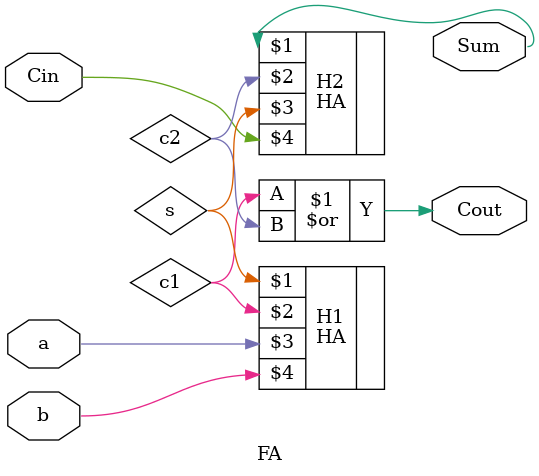
<source format=v>
`timescale 1ns / 1ps


module FA(    
    output Sum,
    output Cout,
    input a,
    input b,
    input Cin
    );
    wire s,c1,c2;
    HA H1(s,c1,a,b);
    HA H2(Sum,c2,s,Cin);
    or r1(Cout,c1,c2);
endmodule

</source>
